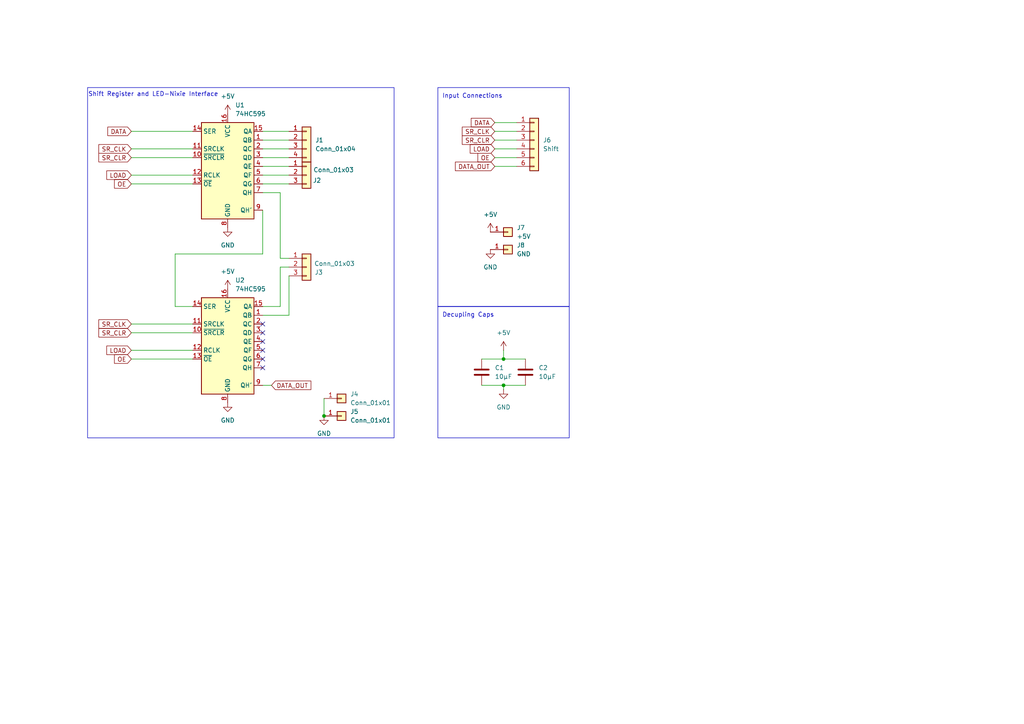
<source format=kicad_sch>
(kicad_sch (version 20231120) (generator "eeschema") (generator_version "8.0")
  (paper "A4")
  (lib_symbols
    (symbol "74xx:74HC595"
      (property "Reference" "U" (at -7.62 13.97 0))
      (property "Value" "74HC595" (at -7.62 -16.51 0))
      (symbol "74HC595_1_0"
        (pin tri_state line (at 10.16 7.62 180) (length 2.54) (name "QB") (number "1"))
        (pin input line (at -10.16 2.54 0) (length 2.54) (name "~{SRCLR}") (number "10"))
        (pin input line (at -10.16 5.08 0) (length 2.54) (name "SRCLK") (number "11"))
        (pin input line (at -10.16 -2.54 0) (length 2.54) (name "RCLK") (number "12"))
        (pin input line (at -10.16 -5.08 0) (length 2.54) (name "~{OE}") (number "13"))
        (pin input line (at -10.16 10.16 0) (length 2.54) (name "SER") (number "14"))
        (pin tri_state line (at 10.16 10.16 180) (length 2.54) (name "QA") (number "15"))
        (pin power_in line (at 0 15.24 270) (length 2.54) (name "VCC") (number "16"))
        (pin tri_state line (at 10.16 5.08 180) (length 2.54) (name "QC") (number "2"))
        (pin tri_state line (at 10.16 2.54 180) (length 2.54) (name "QD") (number "3"))
        (pin tri_state line (at 10.16 0 180) (length 2.54) (name "QE") (number "4"))
        (pin tri_state line (at 10.16 -2.54 180) (length 2.54) (name "QF") (number "5"))
        (pin tri_state line (at 10.16 -5.08 180) (length 2.54) (name "QG") (number "6"))
        (pin tri_state line (at 10.16 -7.62 180) (length 2.54) (name "QH") (number "7"))
        (pin power_in line (at 0 -17.78 90) (length 2.54) (name "GND") (number "8"))
        (pin output line (at 10.16 -12.7 180) (length 2.54) (name "QH'") (number "9"))
      )
      (symbol "74HC595_1_1"
        (rectangle (start -7.62 12.7) (end 7.62 -15.24) (stroke (width 0.254)) (fill (type background)))
      )
    )
    (symbol "Connector_Generic:Conn_01x01" (pin_names (offset 1.016) hide)
      (property "Reference" "J" (at 0 2.54 0))
      (property "Value" "Conn_01x01" (at 0 -2.54 0))
      (symbol "Conn_01x01_1_1"
        (rectangle (start -1.27 0.127) (end 0 -0.127) (stroke (width 0.1524)))
        (rectangle (start -1.27 1.27) (end 1.27 -1.27) (stroke (width 0.254)) (fill (type background)))
        (pin passive line (at -5.08 0 0) (length 3.81) (name "Pin_1") (number "1"))
      )
    )
    (symbol "Connector_Generic:Conn_01x03" (pin_names (offset 1.016) hide)
      (property "Reference" "J" (at 0 5.08 0))
      (property "Value" "Conn_01x03" (at 0 -5.08 0))
      (symbol "Conn_01x03_1_1"
        (rectangle (start -1.27 -2.413) (end 0 -2.667) (stroke (width 0.1524)))
        (rectangle (start -1.27 0.127) (end 0 -0.127) (stroke (width 0.1524)))
        (rectangle (start -1.27 2.667) (end 0 2.413) (stroke (width 0.1524)))
        (rectangle (start -1.27 3.81) (end 1.27 -3.81) (stroke (width 0.254)) (fill (type background)))
        (pin passive line (at -5.08 2.54 0) (length 3.81) (name "Pin_1") (number "1"))
        (pin passive line (at -5.08 0 0) (length 3.81) (name "Pin_2") (number "2"))
        (pin passive line (at -5.08 -2.54 0) (length 3.81) (name "Pin_3") (number "3"))
      )
    )
    (symbol "Connector_Generic:Conn_01x04" (pin_names (offset 1.016) hide)
      (property "Reference" "J" (at 0 5.08 0))
      (property "Value" "Conn_01x04" (at 0 -7.62 0))
      (symbol "Conn_01x04_1_1"
        (rectangle (start -1.27 -4.953) (end 0 -5.207) (stroke (width 0.1524)))
        (rectangle (start -1.27 -2.413) (end 0 -2.667) (stroke (width 0.1524)))
        (rectangle (start -1.27 0.127) (end 0 -0.127) (stroke (width 0.1524)))
        (rectangle (start -1.27 2.667) (end 0 2.413) (stroke (width 0.1524)))
        (rectangle (start -1.27 3.81) (end 1.27 -6.35) (stroke (width 0.254)) (fill (type background)))
        (pin passive line (at -5.08 2.54 0) (length 3.81) (name "Pin_1") (number "1"))
        (pin passive line (at -5.08 0 0) (length 3.81) (name "Pin_2") (number "2"))
        (pin passive line (at -5.08 -2.54 0) (length 3.81) (name "Pin_3") (number "3"))
        (pin passive line (at -5.08 -5.08 0) (length 3.81) (name "Pin_4") (number "4"))
      )
    )
    (symbol "Connector_Generic:Conn_01x06" (pin_names (offset 1.016) hide)
      (property "Reference" "J" (at 0 7.62 0))
      (property "Value" "Conn_01x06" (at 0 -10.16 0))
      (symbol "Conn_01x06_1_1"
        (rectangle (start -1.27 -7.493) (end 0 -7.747) (stroke (width 0.1524)))
        (rectangle (start -1.27 -4.953) (end 0 -5.207) (stroke (width 0.1524)))
        (rectangle (start -1.27 -2.413) (end 0 -2.667) (stroke (width 0.1524)))
        (rectangle (start -1.27 0.127) (end 0 -0.127) (stroke (width 0.1524)))
        (rectangle (start -1.27 2.667) (end 0 2.413) (stroke (width 0.1524)))
        (rectangle (start -1.27 5.207) (end 0 4.953) (stroke (width 0.1524)))
        (rectangle (start -1.27 6.35) (end 1.27 -8.89) (stroke (width 0.254)) (fill (type background)))
        (pin passive line (at -5.08 5.08 0) (length 3.81) (name "Pin_1") (number "1"))
        (pin passive line (at -5.08 2.54 0) (length 3.81) (name "Pin_2") (number "2"))
        (pin passive line (at -5.08 0 0) (length 3.81) (name "Pin_3") (number "3"))
        (pin passive line (at -5.08 -2.54 0) (length 3.81) (name "Pin_4") (number "4"))
        (pin passive line (at -5.08 -5.08 0) (length 3.81) (name "Pin_5") (number "5"))
        (pin passive line (at -5.08 -7.62 0) (length 3.81) (name "Pin_6") (number "6"))
      )
    )
    (symbol "Device:C" (pin_numbers hide) (pin_names (offset 0.254))
      (property "Reference" "C" (at 0.635 2.54 0))
      (property "Value" "C" (at 0.635 -2.54 0))
      (symbol "C_0_1"
        (polyline (pts (xy -2.032 -0.762) (xy 2.032 -0.762)) (stroke (width 0.508)))
        (polyline (pts (xy -2.032 0.762) (xy 2.032 0.762)) (stroke (width 0.508)))
      )
      (symbol "C_1_1"
        (pin passive line (at 0 3.81 270) (length 2.794) (name "~") (number "1"))
        (pin passive line (at 0 -3.81 90) (length 2.794) (name "~") (number "2"))
      )
    )
    (symbol "power:+5V" (power) (pin_numbers hide) (pin_names (offset 0) hide)
      (property "Value" "+5V" (at 0 3.556 0))
      (symbol "+5V_0_1"
        (polyline (pts (xy -0.762 1.27) (xy 0 2.54)))
        (polyline (pts (xy 0 0) (xy 0 2.54)))
        (polyline (pts (xy 0 2.54) (xy 0.762 1.27)))
      )
      (symbol "+5V_1_1"
        (pin power_in line (at 0 0 90) (length 0) (name "~") (number "1"))
      )
    )
    (symbol "power:GND" (power) (pin_numbers hide) (pin_names (offset 0) hide)
      (property "Value" "GND" (at 0 -3.81 0))
      (symbol "GND_0_1"
        (polyline (pts (xy 0 0) (xy 0 -1.27) (xy 1.27 -1.27) (xy 0 -2.54) (xy -1.27 -1.27) (xy 0 -1.27)))
      )
      (symbol "GND_1_1"
        (pin power_in line (at 0 0 270) (length 0) (name "~") (number "1"))
      )
    )
  )
  (junction (at 146.05 111.76))
  (junction (at 93.98 120.65))
  (junction (at 146.05 104.14))
  (no_connect (at 76.2 96.52))
  (no_connect (at 76.2 104.14))
  (no_connect (at 76.2 99.06))
  (no_connect (at 76.2 101.6))
  (no_connect (at 76.2 93.98))
  (no_connect (at 76.2 106.68))
  (wire (pts (xy 38.1 50.8) (xy 55.88 50.8)))
  (wire (pts (xy 149.86 48.26) (xy 143.51 48.26)))
  (wire (pts (xy 76.2 45.72) (xy 83.82 45.72)))
  (wire (pts (xy 146.05 111.76) (xy 146.05 113.03)))
  (wire (pts (xy 76.2 38.1) (xy 83.82 38.1)))
  (wire (pts (xy 83.82 91.44) (xy 83.82 80.01)))
  (wire (pts (xy 143.51 40.64) (xy 149.86 40.64)))
  (wire (pts (xy 76.2 73.66) (xy 50.8 73.66)))
  (wire (pts (xy 38.1 104.14) (xy 55.88 104.14)))
  (wire (pts (xy 93.98 115.57) (xy 93.98 120.65)))
  (wire (pts (xy 38.1 101.6) (xy 55.88 101.6)))
  (wire (pts (xy 76.2 88.9) (xy 81.28 88.9)))
  (wire (pts (xy 81.28 77.47) (xy 83.82 77.47)))
  (wire (pts (xy 76.2 43.18) (xy 83.82 43.18)))
  (wire (pts (xy 81.28 74.93) (xy 83.82 74.93)))
  (wire (pts (xy 38.1 45.72) (xy 55.88 45.72)))
  (wire (pts (xy 143.51 45.72) (xy 149.86 45.72)))
  (wire (pts (xy 76.2 53.34) (xy 83.82 53.34)))
  (wire (pts (xy 50.8 88.9) (xy 55.88 88.9)))
  (wire (pts (xy 76.2 60.96) (xy 76.2 73.66)))
  (wire (pts (xy 76.2 50.8) (xy 83.82 50.8)))
  (wire (pts (xy 146.05 111.76) (xy 152.4 111.76)))
  (wire (pts (xy 38.1 43.18) (xy 55.88 43.18)))
  (wire (pts (xy 76.2 40.64) (xy 83.82 40.64)))
  (wire (pts (xy 76.2 111.76) (xy 78.74 111.76)))
  (wire (pts (xy 81.28 55.88) (xy 81.28 74.93)))
  (wire (pts (xy 146.05 104.14) (xy 152.4 104.14)))
  (wire (pts (xy 76.2 91.44) (xy 83.82 91.44)))
  (wire (pts (xy 76.2 55.88) (xy 81.28 55.88)))
  (wire (pts (xy 146.05 101.6) (xy 146.05 104.14)))
  (wire (pts (xy 139.7 111.76) (xy 146.05 111.76)))
  (wire (pts (xy 143.51 38.1) (xy 149.86 38.1)))
  (wire (pts (xy 81.28 88.9) (xy 81.28 77.47)))
  (wire (pts (xy 38.1 38.1) (xy 55.88 38.1)))
  (wire (pts (xy 139.7 104.14) (xy 146.05 104.14)))
  (wire (pts (xy 143.51 43.18) (xy 149.86 43.18)))
  (wire (pts (xy 50.8 73.66) (xy 50.8 88.9)))
  (wire (pts (xy 38.1 53.34) (xy 55.88 53.34)))
  (wire (pts (xy 38.1 93.98) (xy 55.88 93.98)))
  (wire (pts (xy 38.1 96.52) (xy 55.88 96.52)))
  (wire (pts (xy 143.51 35.56) (xy 149.86 35.56)))
  (wire (pts (xy 76.2 48.26) (xy 83.82 48.26)))
  (rectangle (start 127 25.4) (end 165.1 88.9))
  (rectangle (start 25.4 25.4) (end 114.3 127))
  (rectangle (start 127 88.9) (end 165.1 127))
  (text "Input Connections" (at 128.27 27.94 0) (effects (font (size 1.27 1.27)) (justify left)))
  (text "Decupling Caps" (at 128.27 91.44 0) (effects (font (size 1.27 1.27)) (justify left)))
  (text "Shift Register and LED-Nixie Interface" (at 44.45 27.432 0) (effects (font (size 1.27 1.27))))
  (global_label "DATA_OUT" (shape input) (at 143.51 48.26 180) (property "Intersheetrefs" "${INTERSHEET_REFS}" (effects (hide yes))))
  (global_label "DATA" (shape input) (at 143.51 35.56 180) (property "Intersheetrefs" "${INTERSHEET_REFS}" (effects (hide yes))))
  (global_label "SR_CLK" (shape input) (at 38.1 93.98 180) (property "Intersheetrefs" "${INTERSHEET_REFS}" (effects (hide yes))))
  (global_label "LOAD" (shape input) (at 38.1 101.6 180) (property "Intersheetrefs" "${INTERSHEET_REFS}" (effects (hide yes))))
  (global_label "SR_CLR" (shape input) (at 38.1 96.52 180) (property "Intersheetrefs" "${INTERSHEET_REFS}" (effects (hide yes))))
  (global_label "SR_CLR" (shape input) (at 143.51 40.64 180) (property "Intersheetrefs" "${INTERSHEET_REFS}" (effects (hide yes))))
  (global_label "OE" (shape input) (at 38.1 53.34 180) (property "Intersheetrefs" "${INTERSHEET_REFS}" (effects (hide yes))))
  (global_label "LOAD" (shape input) (at 143.51 43.18 180) (property "Intersheetrefs" "${INTERSHEET_REFS}" (effects (hide yes))))
  (global_label "SR_CLK" (shape input) (at 38.1 43.18 180) (property "Intersheetrefs" "${INTERSHEET_REFS}" (effects (hide yes))))
  (global_label "DATA_OUT" (shape input) (at 78.74 111.76 0) (property "Intersheetrefs" "${INTERSHEET_REFS}" (effects (hide yes))))
  (global_label "SR_CLK" (shape input) (at 143.51 38.1 180) (property "Intersheetrefs" "${INTERSHEET_REFS}" (effects (hide yes))))
  (global_label "SR_CLR" (shape input) (at 38.1 45.72 180) (property "Intersheetrefs" "${INTERSHEET_REFS}" (effects (hide yes))))
  (global_label "DATA" (shape input) (at 38.1 38.1 180) (property "Intersheetrefs" "${INTERSHEET_REFS}" (effects (hide yes))))
  (global_label "OE" (shape input) (at 143.51 45.72 180) (property "Intersheetrefs" "${INTERSHEET_REFS}" (effects (hide yes))))
  (global_label "LOAD" (shape input) (at 38.1 50.8 180) (property "Intersheetrefs" "${INTERSHEET_REFS}" (effects (hide yes))))
  (global_label "OE" (shape input) (at 38.1 104.14 180) (property "Intersheetrefs" "${INTERSHEET_REFS}" (effects (hide yes))))
  (symbol (lib_id "Connector_Generic:Conn_01x01") (at 147.32 67.31 0) (unit 1)
    (property "Reference" "J7" (at 149.86 66.0399 0) (effects (justify left)))
    (property "Value" "+5V" (at 149.86 68.5799 0) (effects (justify left)))
    (property "Footprint" "Connector_PinHeader_2.54mm:PinHeader_1x01_P2.54mm_Vertical" (effects (hide yes)))
    (property "Description" "Generic connector, single row, 01x01, script generated (kicad-library-utils/schlib/autogen/connector/)" (effects (hide yes)))
  )
  (symbol (lib_id "power:GND") (at 66.04 116.84 0) (unit 1)
    (property "Reference" "#PWR02" (effects (hide yes)))
    (property "Value" "GND" (at 66.04 121.92 0))
    (property "Description" "Power symbol creates a global label with name \"GND\" , ground" (effects (hide yes)))
  )
  (symbol (lib_id "power:+5V") (at 146.05 101.6 0) (unit 1)
    (property "Reference" "#PWR08" (effects (hide yes)))
    (property "Value" "+5V" (at 146.05 96.52 0))
    (property "Description" "Power symbol creates a global label with name \"+5V\"" (effects (hide yes)))
  )
  (symbol (lib_id "Device:C") (at 152.4 107.95 0) (unit 1)
    (property "Reference" "C2" (at 156.21 106.6799 0) (effects (justify left)))
    (property "Value" "10µF" (at 156.21 109.2199 0) (effects (justify left)))
    (property "Footprint" "Capacitor_SMD:C_0805_2012Metric" (effects (hide yes)))
    (property "Description" "Unpolarized capacitor" (effects (hide yes)))
  )
  (symbol (lib_id "power:GND") (at 142.24 72.39 0) (unit 1)
    (property "Reference" "#PWR07" (effects (hide yes)))
    (property "Value" "GND" (at 142.24 77.47 0))
    (property "Description" "Power symbol creates a global label with name \"GND\" , ground" (effects (hide yes)))
  )
  (symbol (lib_id "Connector_Generic:Conn_01x01") (at 99.06 115.57 0) (unit 1)
    (property "Reference" "J4" (at 101.6 114.2999 0) (effects (justify left)))
    (property "Value" "Conn_01x01" (at 101.6 116.8399 0) (effects (justify left)))
    (property "Footprint" "Connector_PinSocket_2.00mm:PinSocket_1x01_P2.00mm_Vertical" (effects (hide yes)))
    (property "Description" "Generic connector, single row, 01x01, script generated (kicad-library-utils/schlib/autogen/connector/)" (effects (hide yes)))
  )
  (symbol (lib_id "power:+5V") (at 66.04 33.02 0) (unit 1)
    (property "Reference" "#PWR04" (effects (hide yes)))
    (property "Value" "+5V" (at 66.04 27.94 0))
    (property "Description" "Power symbol creates a global label with name \"+5V\"" (effects (hide yes)))
  )
  (symbol (lib_id "74xx:74HC595") (at 66.04 48.26 0) (unit 1)
    (property "Reference" "U1" (at 68.2341 30.48 0) (effects (justify left)))
    (property "Value" "74HC595" (at 68.2341 33.02 0) (effects (justify left)))
    (property "Footprint" "Package_SO:SO-16_3.9x9.9mm_P1.27mm" (effects (hide yes)))
    (property "Datasheet" "http://www.ti.com/lit/ds/symlink/sn74hc595.pdf" (effects (hide yes)))
    (property "Description" "8-bit serial in/out Shift Register 3-State Outputs" (effects (hide yes)))
  )
  (symbol (lib_id "power:+5V") (at 142.24 67.31 0) (unit 1)
    (property "Reference" "#PWR06" (effects (hide yes)))
    (property "Value" "+5V" (at 142.24 62.23 0))
    (property "Description" "Power symbol creates a global label with name \"+5V\"" (effects (hide yes)))
  )
  (symbol (lib_id "Connector_Generic:Conn_01x03") (at 88.9 50.8 0) (unit 1)
    (property "Reference" "J2" (at 91.948 52.324 0))
    (property "Value" "Conn_01x03" (at 96.774 49.276 0))
    (property "Footprint" "Connector_PinSocket_2.00mm:PinSocket_1x03_P2.00mm_Vertical" (effects (hide yes)))
    (property "Description" "Generic connector, single row, 01x03, script generated (kicad-library-utils/schlib/autogen/connector/)" (effects (hide yes)))
  )
  (symbol (lib_id "Connector_Generic:Conn_01x04") (at 88.9 40.64 0) (unit 1)
    (property "Reference" "J1" (at 91.44 40.6399 0) (effects (justify left)))
    (property "Value" "Conn_01x04" (at 91.44 43.1799 0) (effects (justify left)))
    (property "Footprint" "Connector_PinSocket_2.00mm:PinSocket_1x04_P2.00mm_Vertical" (effects (hide yes)))
    (property "Description" "Generic connector, single row, 01x04, script generated (kicad-library-utils/schlib/autogen/connector/)" (effects (hide yes)))
  )
  (symbol (lib_id "power:GND") (at 93.98 120.65 0) (unit 1)
    (property "Reference" "#PWR01" (effects (hide yes)))
    (property "Value" "GND" (at 93.98 125.73 0))
    (property "Description" "Power symbol creates a global label with name \"GND\" , ground" (effects (hide yes)))
  )
  (symbol (lib_id "Connector_Generic:Conn_01x06") (at 154.94 40.64 0) (unit 1)
    (property "Reference" "J6" (at 157.48 40.6399 0) (effects (justify left)))
    (property "Value" "Shift" (at 157.48 43.1799 0) (effects (justify left)))
    (property "Footprint" "Connector_PinHeader_2.54mm:PinHeader_1x06_P2.54mm_Vertical" (effects (hide yes)))
    (property "Description" "Generic connector, single row, 01x06, script generated (kicad-library-utils/schlib/autogen/connector/)" (effects (hide yes)))
  )
  (symbol (lib_id "74xx:74HC595") (at 66.04 99.06 0) (unit 1)
    (property "Reference" "U2" (at 68.2341 81.28 0) (effects (justify left)))
    (property "Value" "74HC595" (at 68.2341 83.82 0) (effects (justify left)))
    (property "Footprint" "Package_SO:SO-16_3.9x9.9mm_P1.27mm" (effects (hide yes)))
    (property "Datasheet" "http://www.ti.com/lit/ds/symlink/sn74hc595.pdf" (effects (hide yes)))
    (property "Description" "8-bit serial in/out Shift Register 3-State Outputs" (effects (hide yes)))
  )
  (symbol (lib_id "Device:C") (at 139.7 107.95 0) (unit 1)
    (property "Reference" "C1" (at 143.51 106.6799 0) (effects (justify left)))
    (property "Value" "10µF" (at 143.51 109.2199 0) (effects (justify left)))
    (property "Footprint" "Capacitor_SMD:C_0805_2012Metric" (effects (hide yes)))
    (property "Description" "Unpolarized capacitor" (effects (hide yes)))
  )
  (symbol (lib_id "Connector_Generic:Conn_01x01") (at 99.06 120.65 0) (unit 1)
    (property "Reference" "J5" (at 101.6 119.3799 0) (effects (justify left)))
    (property "Value" "Conn_01x01" (at 101.6 121.9199 0) (effects (justify left)))
    (property "Footprint" "Connector_PinSocket_2.00mm:PinSocket_1x01_P2.00mm_Vertical" (effects (hide yes)))
    (property "Description" "Generic connector, single row, 01x01, script generated (kicad-library-utils/schlib/autogen/connector/)" (effects (hide yes)))
  )
  (symbol (lib_id "power:+5V") (at 66.04 83.82 0) (unit 1)
    (property "Reference" "#PWR05" (effects (hide yes)))
    (property "Value" "+5V" (at 66.04 78.74 0))
    (property "Description" "Power symbol creates a global label with name \"+5V\"" (effects (hide yes)))
  )
  (symbol (lib_id "Connector_Generic:Conn_01x01") (at 147.32 72.39 0) (unit 1)
    (property "Reference" "J8" (at 149.86 71.1199 0) (effects (justify left)))
    (property "Value" "GND" (at 149.86 73.6599 0) (effects (justify left)))
    (property "Footprint" "Connector_PinHeader_2.54mm:PinHeader_1x01_P2.54mm_Vertical" (effects (hide yes)))
    (property "Description" "Generic connector, single row, 01x01, script generated (kicad-library-utils/schlib/autogen/connector/)" (effects (hide yes)))
  )
  (symbol (lib_id "power:GND") (at 66.04 66.04 0) (unit 1)
    (property "Reference" "#PWR03" (effects (hide yes)))
    (property "Value" "GND" (at 66.04 71.12 0))
    (property "Description" "Power symbol creates a global label with name \"GND\" , ground" (effects (hide yes)))
  )
  (symbol (lib_id "power:GND") (at 146.05 113.03 0) (unit 1)
    (property "Reference" "#PWR09" (effects (hide yes)))
    (property "Value" "GND" (at 146.05 118.11 0))
    (property "Description" "Power symbol creates a global label with name \"GND\" , ground" (effects (hide yes)))
  )
  (symbol (lib_id "Connector_Generic:Conn_01x03") (at 88.9 77.47 0) (unit 1)
    (property "Reference" "J3" (at 92.456 78.994 0))
    (property "Value" "Conn_01x03" (at 97.028 76.454 0))
    (property "Footprint" "Connector_PinSocket_2.00mm:PinSocket_1x03_P2.00mm_Vertical" (effects (hide yes)))
    (property "Description" "Generic connector, single row, 01x03, script generated (kicad-library-utils/schlib/autogen/connector/)" (effects (hide yes)))
  )
)
</source>
